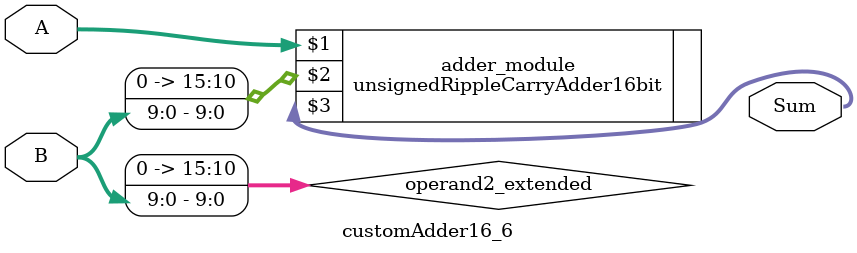
<source format=v>

module customAdder16_6(
                    input [15 : 0] A,
                    input [9 : 0] B,
                    
                    output [16 : 0] Sum
            );

    wire [15 : 0] operand2_extended;
    
    assign operand2_extended =  {6'b0, B};
    
    unsignedRippleCarryAdder16bit adder_module(
        A,
        operand2_extended,
        Sum
    );
    
endmodule
        
</source>
